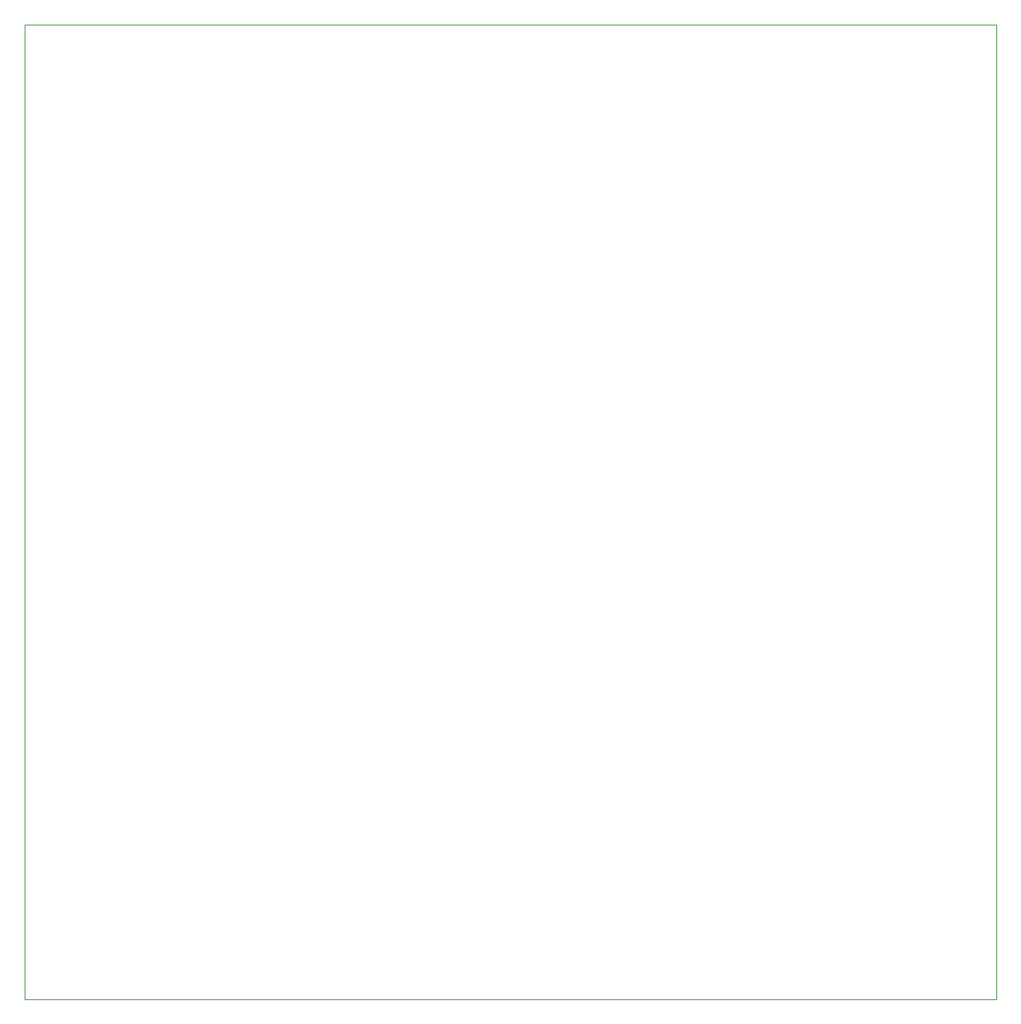
<source format=gbr>
%TF.GenerationSoftware,KiCad,Pcbnew,(6.0.7)*%
%TF.CreationDate,2022-10-24T13:35:24+01:00*%
%TF.ProjectId,Interface,496e7465-7266-4616-9365-2e6b69636164,rev?*%
%TF.SameCoordinates,Original*%
%TF.FileFunction,Profile,NP*%
%FSLAX46Y46*%
G04 Gerber Fmt 4.6, Leading zero omitted, Abs format (unit mm)*
G04 Created by KiCad (PCBNEW (6.0.7)) date 2022-10-24 13:35:24*
%MOMM*%
%LPD*%
G01*
G04 APERTURE LIST*
%TA.AperFunction,Profile*%
%ADD10C,0.100000*%
%TD*%
G04 APERTURE END LIST*
D10*
X12000000Y-12000000D02*
X118750000Y-12000000D01*
X118750000Y-12000000D02*
X118750000Y-119000000D01*
X118750000Y-119000000D02*
X12000000Y-119000000D01*
X12000000Y-119000000D02*
X12000000Y-12000000D01*
M02*

</source>
